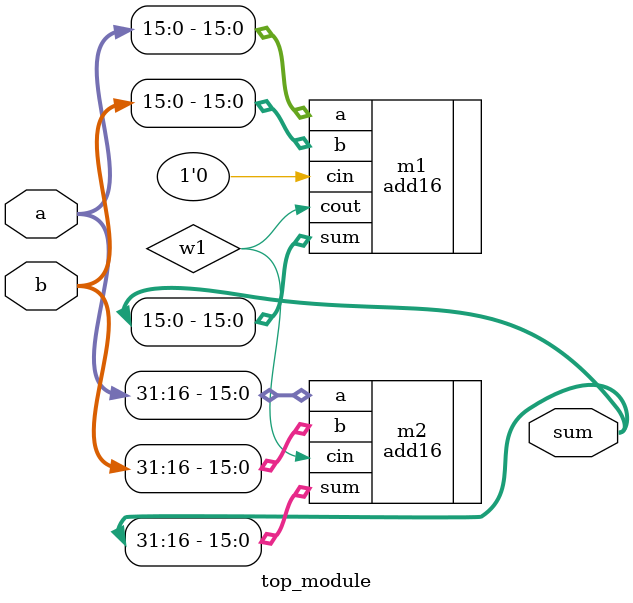
<source format=v>
module top_module(
    input [31:0] a,
    input [31:0] b,
    output [31:0] sum
);wire w1;
    add16 m1(.a(a[15:0]) ,.b(b[15:0]) , .cin(1'b0) , .sum(sum[15:0]), .cout(w1));
    add16 m2(.a(a[31:16]) , .b(b[31:16]),.cin( w1) ,.sum(sum[31:16]));
endmodule

</source>
